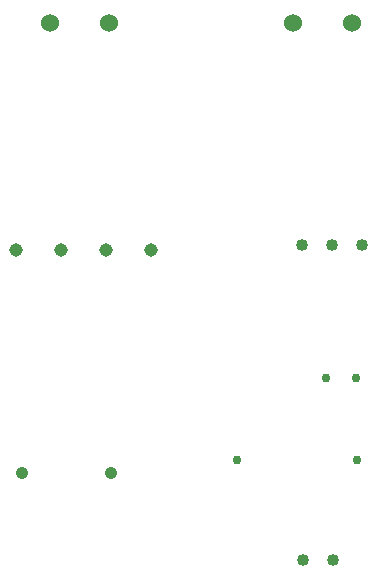
<source format=gbr>
G04 PROTEUS GERBER X2 FILE*
%TF.GenerationSoftware,Labcenter,Proteus,8.17-SP2-Build37159*%
%TF.CreationDate,2024-06-19T10:01:46+00:00*%
%TF.FileFunction,Plated,1,2,PTH*%
%TF.FilePolarity,Positive*%
%TF.Part,Single*%
%TF.SameCoordinates,{53f4b883-0e9e-4027-bc31-63d81b4ca661}*%
%FSLAX45Y45*%
%MOMM*%
G01*
%TA.AperFunction,ComponentDrill*%
%ADD35C,1.524000*%
%TA.AperFunction,ComponentDrill*%
%ADD36C,1.143000*%
%TA.AperFunction,ComponentDrill*%
%ADD37C,1.050000*%
%TA.AperFunction,ComponentDrill*%
%ADD38C,1.016000*%
%TA.AperFunction,ComponentDrill*%
%ADD39C,0.762000*%
%TD.AperFunction*%
D35*
X-6370000Y+2970000D03*
X-6870380Y+2970000D03*
D36*
X-7160000Y+1050000D03*
X-6017000Y+1050000D03*
X-6779000Y+1050000D03*
X-6398000Y+1050000D03*
D37*
X-7105000Y-840000D03*
X-6355000Y-840000D03*
D35*
X-4310000Y+2970000D03*
X-4810380Y+2970000D03*
D38*
X-4734000Y+1090000D03*
X-4480000Y+1090000D03*
X-4226000Y+1090000D03*
D39*
X-4280000Y-40000D03*
X-4534000Y-40000D03*
X-5286000Y-730000D03*
X-4270000Y-730000D03*
D38*
X-4470000Y-1580000D03*
X-4724000Y-1580000D03*
M02*

</source>
